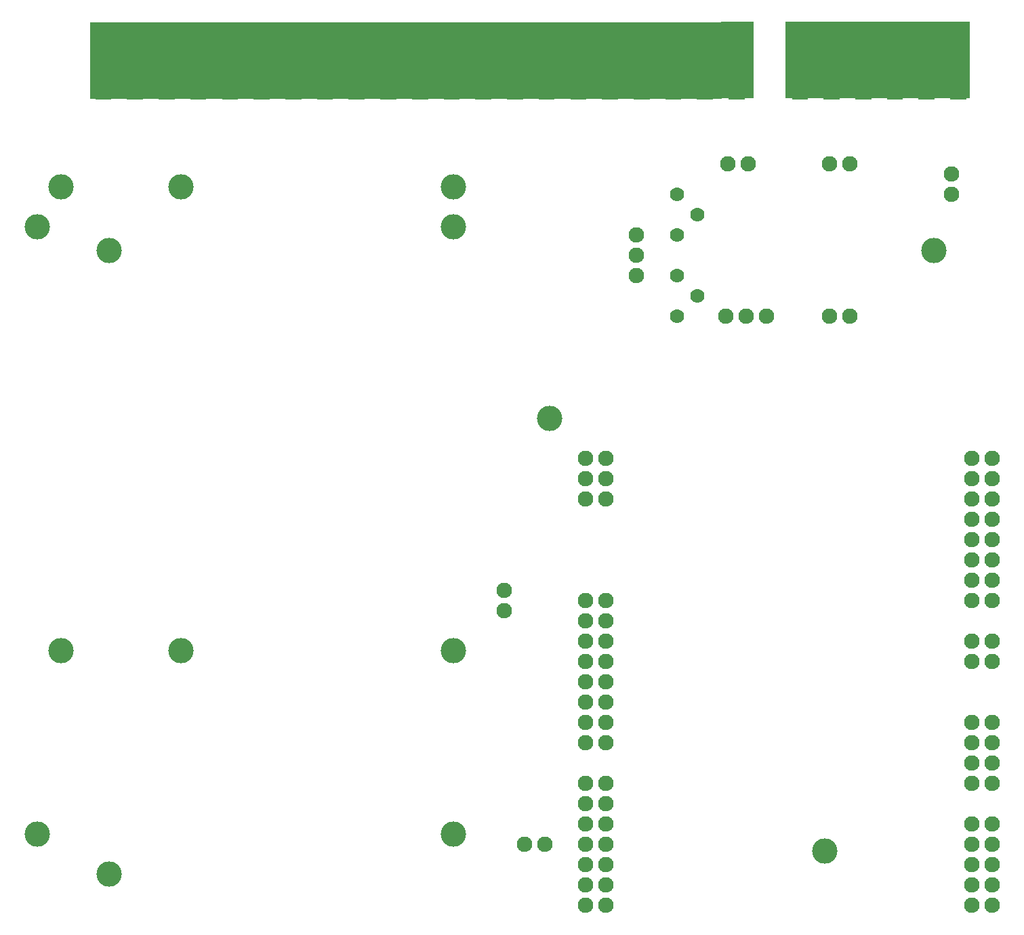
<source format=gbs>
G04 start of page 10 for group -4062 idx -4062 *
G04 Title: (unknown), soldermask *
G04 Creator: pcb 20140316 *
G04 CreationDate: Sat 08 Jul 2017 15:17:32 GMT UTC *
G04 For: ole *
G04 Format: Gerber/RS-274X *
G04 PCB-Dimensions (mil): 7000.00 6000.00 *
G04 PCB-Coordinate-Origin: lower left *
%MOIN*%
%FSLAX25Y25*%
%LNBOTTOMMASK*%
%ADD88R,0.0787X0.0787*%
%ADD87R,0.1206X0.1206*%
%ADD86C,0.0700*%
%ADD85C,0.1250*%
%ADD84C,0.0760*%
G54D84*X380000Y200000D03*
Y190000D03*
Y180000D03*
X390000Y200000D03*
Y190000D03*
Y180000D03*
Y170000D03*
Y160000D03*
Y150000D03*
X380000Y170000D03*
Y160000D03*
Y150000D03*
Y140000D03*
X390000D03*
G54D85*X314961Y174803D03*
G54D84*X350000Y170000D03*
X360000D03*
X390000Y290000D03*
Y280000D03*
Y270000D03*
Y260000D03*
Y250000D03*
Y240000D03*
X380000Y260000D03*
Y250000D03*
Y240000D03*
Y230000D03*
X390000D03*
Y220000D03*
X380000Y290000D03*
Y280000D03*
Y270000D03*
Y360000D03*
Y350000D03*
Y340000D03*
X390000Y360000D03*
Y350000D03*
Y340000D03*
X380000Y220000D03*
G54D85*X110236Y174803D03*
X314961Y265354D03*
Y493701D03*
Y474016D03*
X122047Y493701D03*
Y265354D03*
X110236Y474016D03*
X181102Y265354D03*
Y493701D03*
X145669Y462205D03*
X362205Y379528D03*
X145669Y155118D03*
G54D84*X340000Y295000D03*
Y285000D03*
X570000Y270000D03*
Y260000D03*
Y230000D03*
Y220000D03*
Y210000D03*
Y200000D03*
X580000Y270000D03*
Y260000D03*
Y230000D03*
Y220000D03*
Y210000D03*
Y200000D03*
X570000Y360000D03*
Y350000D03*
Y340000D03*
Y330000D03*
Y320000D03*
Y310000D03*
Y300000D03*
Y290000D03*
X580000Y310000D03*
Y300000D03*
Y290000D03*
X570000Y160000D03*
X580000D03*
X570000Y150000D03*
X580000D03*
X570000Y180000D03*
X580000D03*
X570000Y170000D03*
X580000D03*
X570000Y140000D03*
X580000D03*
G54D85*X497500Y166429D03*
G54D84*X405000Y470000D03*
Y460000D03*
G54D86*X425000Y470000D03*
X435000Y480000D03*
X425000Y490000D03*
G54D84*X405000Y450000D03*
G54D86*X425000Y430000D03*
Y450000D03*
X435000Y440000D03*
G54D84*X450000Y505000D03*
X460000D03*
X500000D03*
X510000D03*
X500000Y430000D03*
X469000D03*
X449000D03*
X459000D03*
X510000D03*
X580000Y360000D03*
Y350000D03*
Y340000D03*
Y330000D03*
Y320000D03*
G54D85*X551181Y462205D03*
G54D84*X560000Y500000D03*
Y490000D03*
G54D87*X531561Y568705D02*Y543115D01*
X535498Y568705D02*Y543115D01*
X547309Y568705D02*Y543115D01*
X551246Y568705D02*Y543115D01*
X563057Y568705D02*Y543115D01*
G54D88*X532181Y570415D02*Y540415D01*
X547756Y570415D02*Y540415D01*
X563331Y570415D02*Y540415D01*
G54D87*X515813Y568705D02*Y543115D01*
G54D88*X516606Y570415D02*Y540415D01*
G54D87*X519750Y568705D02*Y543115D01*
X484317Y568705D02*Y543115D01*
X488254Y568705D02*Y543115D01*
X500065Y568705D02*Y543115D01*
X504002Y568705D02*Y543115D01*
G54D88*X501031Y570415D02*Y540415D01*
X485457Y570415D02*Y540415D01*
G54D87*X440945Y568504D02*Y542913D01*
X437008Y568504D02*Y542913D01*
X425197Y568504D02*Y542913D01*
X421260Y568504D02*Y542913D01*
G54D88*X423157Y570415D02*Y540415D01*
X438732Y570415D02*Y540415D01*
G54D87*X409449Y568504D02*Y542913D01*
X405512Y568504D02*Y542913D01*
X393701Y568504D02*Y542913D01*
X389764Y568504D02*Y542913D01*
G54D88*X392008Y570415D02*Y540415D01*
X407583Y570415D02*Y540415D01*
G54D87*X377953Y568504D02*Y542913D01*
X374016Y568504D02*Y542913D01*
X362205Y568504D02*Y542913D01*
X358268Y568504D02*Y542913D01*
G54D88*X360858Y570415D02*Y540415D01*
X376433Y570415D02*Y540415D01*
G54D87*X452821Y568705D02*Y543115D01*
X456758Y568705D02*Y543115D01*
G54D88*X454307Y570415D02*Y540415D01*
G54D87*X221649Y568550D02*Y542960D01*
G54D88*X220685Y570415D02*Y540415D01*
G54D87*X217712Y568550D02*Y542960D01*
X205901Y568550D02*Y542960D01*
G54D88*X205110Y570415D02*Y540415D01*
G54D87*X201964Y568550D02*Y542960D01*
X142488Y568478D02*Y542888D01*
G54D88*X142811Y570415D02*Y540415D01*
G54D87*X154558Y568509D02*Y542919D01*
X158318Y568570D02*Y542980D01*
G54D88*X158386Y570415D02*Y540415D01*
G54D87*X186736Y568464D02*Y542874D01*
X189946Y568526D02*Y542936D01*
G54D88*X189535Y570415D02*Y540415D01*
X173961Y570415D02*Y540415D01*
G54D87*X170363Y568526D02*Y542936D01*
X174680Y568438D02*Y542848D01*
X346457Y568504D02*Y542913D01*
X342520Y568504D02*Y542913D01*
X330709Y568504D02*Y542913D01*
X326772Y568504D02*Y542913D01*
X314961Y568504D02*Y542913D01*
G54D88*X329709Y570415D02*Y540415D01*
X345283Y570415D02*Y540415D01*
G54D87*X311024Y568504D02*Y542913D01*
X299213Y568504D02*Y542913D01*
G54D88*X298559Y570415D02*Y540415D01*
X314134Y570415D02*Y540415D01*
G54D87*X267717Y568504D02*Y542913D01*
X263780Y568504D02*Y542913D01*
X251969Y568504D02*Y542913D01*
X248031Y568504D02*Y542913D01*
G54D88*X251835Y570415D02*Y540415D01*
X267409Y570415D02*Y540415D01*
G54D87*X236220Y568504D02*Y542913D01*
X232283Y568504D02*Y542913D01*
G54D88*X236260Y570415D02*Y540415D01*
G54D87*X279528Y568504D02*Y542913D01*
G54D88*X282984Y570415D02*Y540415D01*
G54D87*X295276Y568504D02*Y542913D01*
X283465Y568504D02*Y542913D01*
M02*

</source>
